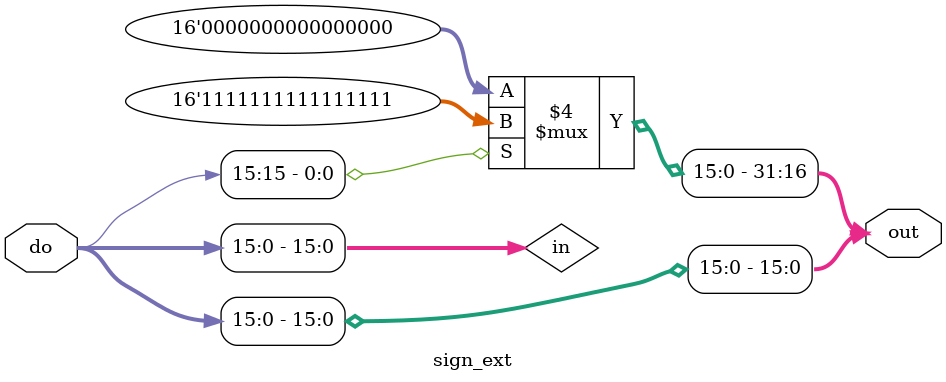
<source format=v>
`timescale 1ns / 1ps

// Sign extend leading bit
module sign_ext(do, out);
    input [31:0] do;
    output reg [31:0] out;
    wire [15:0] in;
    assign in = do[15:0];
    
    
    always @ (*)
    begin
        out[15:0] <= in;
        if (in[15] == 1)
           out[31:16] <= 16'b1111111111111111;
        else
           out[31:16] <= 16'b0000000000000000;
    end
    
endmodule

</source>
